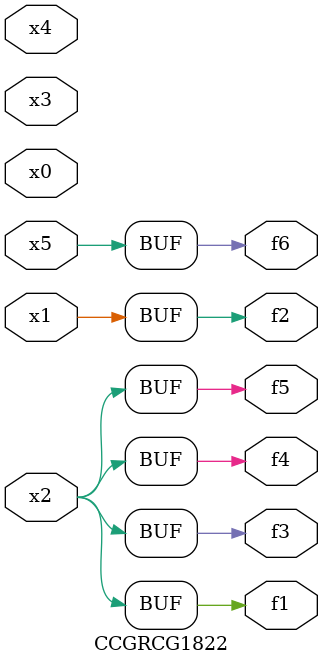
<source format=v>
module CCGRCG1822(
	input x0, x1, x2, x3, x4, x5,
	output f1, f2, f3, f4, f5, f6
);
	assign f1 = x2;
	assign f2 = x1;
	assign f3 = x2;
	assign f4 = x2;
	assign f5 = x2;
	assign f6 = x5;
endmodule

</source>
